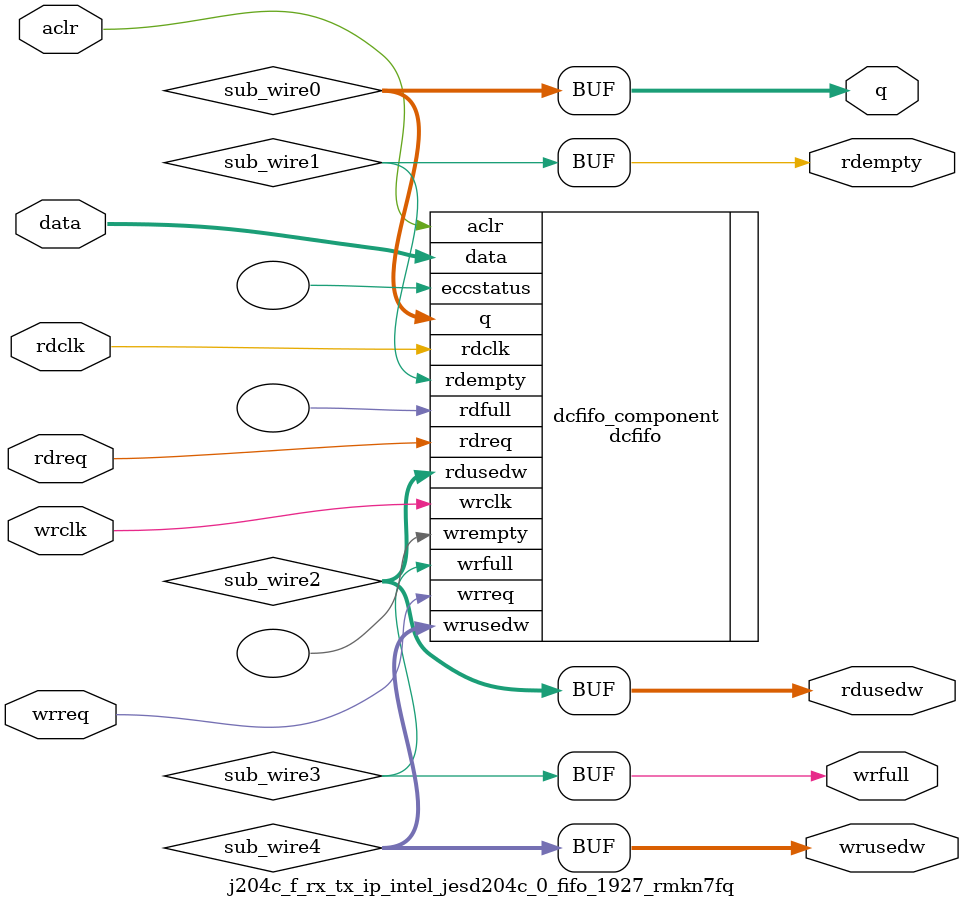
<source format=v>



`timescale 1 ps / 1 ps
// synopsys translate_on
module  j204c_f_rx_tx_ip_intel_jesd204c_0_fifo_1927_rmkn7fq  (
    aclr,
    data,
    rdclk,
    rdreq,
    wrclk,
    wrreq,
    q,
    rdempty,
    rdusedw,
    wrfull,
    wrusedw);

    input    aclr;
    input  [131:0]  data;
    input    rdclk;
    input    rdreq;
    input    wrclk;
    input    wrreq;
    output [131:0]  q;
    output   rdempty;
    output [3:0]  rdusedw;
    output   wrfull;
    output [3:0]  wrusedw;
`ifndef ALTERA_RESERVED_QIS
// synopsys translate_off
`endif
    tri0     aclr;
`ifndef ALTERA_RESERVED_QIS
// synopsys translate_on
`endif

    wire [131:0] sub_wire0;
    wire  sub_wire1;
    wire [3:0] sub_wire2;
    wire  sub_wire3;
    wire [3:0] sub_wire4;
    wire [131:0] q = sub_wire0[131:0];
    wire  rdempty = sub_wire1;
    wire [3:0] rdusedw = sub_wire2[3:0];
    wire  wrfull = sub_wire3;
    wire [3:0] wrusedw = sub_wire4[3:0];

    dcfifo  dcfifo_component (
                .aclr (aclr),
                .data (data),
                .rdclk (rdclk),
                .rdreq (rdreq),
                .wrclk (wrclk),
                .wrreq (wrreq),
                .q (sub_wire0),
                .rdempty (sub_wire1),
                .rdusedw (sub_wire2),
                .wrfull (sub_wire3),
                .wrusedw (sub_wire4),
                .eccstatus (),
                .rdfull (),
                .wrempty ());
    defparam
        dcfifo_component.enable_ecc  = "FALSE",
        dcfifo_component.intended_device_family  = "Agilex 7",
        dcfifo_component.lpm_hint  = "RAM_BLOCK_TYPE=MLAB,DISABLE_DCFIFO_EMBEDDED_TIMING_CONSTRAINT=TRUE",
        dcfifo_component.lpm_numwords  = 16,
        dcfifo_component.lpm_showahead  = "OFF",
        dcfifo_component.lpm_type  = "dcfifo",
        dcfifo_component.lpm_width  = 132,
        dcfifo_component.lpm_widthu  = 4,
        dcfifo_component.overflow_checking  = "ON",
        dcfifo_component.rdsync_delaypipe  = 4,
        dcfifo_component.read_aclr_synch  = "ON",
        dcfifo_component.underflow_checking  = "ON",
        dcfifo_component.use_eab  = "ON",
        dcfifo_component.write_aclr_synch  = "ON",
        dcfifo_component.wrsync_delaypipe  = 4;


endmodule



</source>
